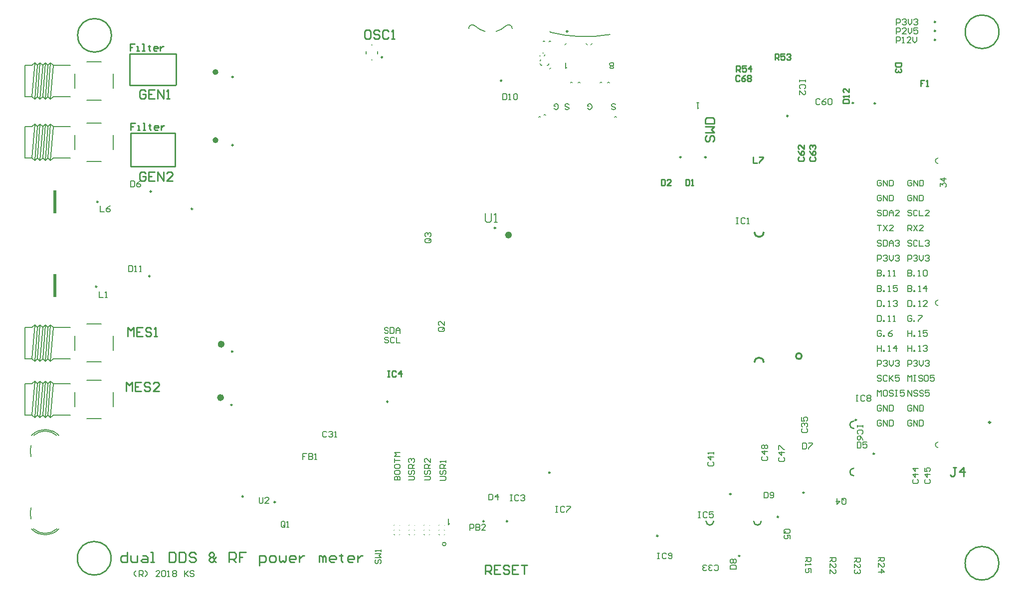
<source format=gto>
G04 Layer_Color=65535*
%FSLAX25Y25*%
%MOIN*%
G70*
G01*
G75*
%ADD10C,0.00600*%
%ADD12C,0.01000*%
%ADD97C,0.00984*%
%ADD98C,0.00787*%
%ADD99C,0.01200*%
%ADD100C,0.01181*%
%ADD101C,0.00394*%
%ADD102C,0.02362*%
%ADD103C,0.01968*%
%ADD104C,0.00591*%
%ADD105C,0.00500*%
%ADD106R,0.01968X0.15748*%
D10*
X1224830Y431597D02*
X1223518D01*
X1224174D01*
Y427661D01*
X1224830Y428317D01*
D12*
X832150Y476600D02*
G03*
X832150Y476600I-11250J0D01*
G01*
X1425296Y478966D02*
G03*
X1425296Y478966I-11250J0D01*
G01*
X1425196Y123466D02*
G03*
X1425196Y123466I-11250J0D01*
G01*
X831950Y126800D02*
G03*
X831950Y126800I-11250J0D01*
G01*
X1328200Y218600D02*
G03*
X1328200Y213600I0J-2500D01*
G01*
Y187000D02*
G03*
X1328200Y182000I0J-2500D01*
G01*
X1261424Y151521D02*
G03*
X1266424Y151521I2500J0D01*
G01*
X1229600D02*
G03*
X1234600Y151521I2500J0D01*
G01*
X844300Y443400D02*
X875200D01*
X844300D02*
Y464200D01*
X875500Y443700D02*
Y453500D01*
X845200Y389100D02*
Y411300D01*
X845000Y388900D02*
X845200Y389100D01*
X845000Y388900D02*
X845700D01*
X846400D01*
X874800D01*
Y411200D01*
X874700Y411300D02*
X874800Y411200D01*
X845200Y411300D02*
X874700D01*
X875500Y453500D02*
Y464200D01*
X844300D02*
X875500D01*
X842861Y130821D02*
Y124130D01*
X839515D01*
X838400Y125245D01*
Y127476D01*
X839515Y128591D01*
X842861D01*
X845091D02*
Y125245D01*
X846206Y124130D01*
X849551D01*
Y128591D01*
X852897D02*
X855127D01*
X856242Y127476D01*
Y124130D01*
X852897D01*
X851781Y125245D01*
X852897Y126360D01*
X856242D01*
X858472Y124130D02*
X860703D01*
X859587D01*
Y130821D01*
X858472D01*
X870739D02*
Y124130D01*
X874084D01*
X875199Y125245D01*
Y129706D01*
X874084Y130821D01*
X870739D01*
X877429D02*
Y124130D01*
X880775D01*
X881890Y125245D01*
Y129706D01*
X880775Y130821D01*
X877429D01*
X888581Y129706D02*
X887465Y130821D01*
X885235D01*
X884120Y129706D01*
Y128591D01*
X885235Y127476D01*
X887465D01*
X888581Y126360D01*
Y125245D01*
X887465Y124130D01*
X885235D01*
X884120Y125245D01*
X901962Y124130D02*
X900847Y125245D01*
X899732Y124130D01*
X898617D01*
X897502Y125245D01*
Y126360D01*
X898617Y127476D01*
X897502Y128591D01*
Y129706D01*
X898617Y130821D01*
X899732D01*
X900847Y129706D01*
Y128591D01*
X899732Y127476D01*
X900847Y126360D01*
Y125245D01*
X901962Y127476D02*
X900847Y126360D01*
X898617Y127476D02*
X899732D01*
X910883Y124130D02*
Y130821D01*
X914229D01*
X915344Y129706D01*
Y127476D01*
X914229Y126360D01*
X910883D01*
X913113D02*
X915344Y124130D01*
X922034Y130821D02*
X917574D01*
Y127476D01*
X919804D01*
X917574D01*
Y124130D01*
X930955Y121900D02*
Y128591D01*
X934301D01*
X935416Y127476D01*
Y125245D01*
X934301Y124130D01*
X930955D01*
X938761D02*
X940991D01*
X942107Y125245D01*
Y127476D01*
X940991Y128591D01*
X938761D01*
X937646Y127476D01*
Y125245D01*
X938761Y124130D01*
X944337Y128591D02*
Y125245D01*
X945452Y124130D01*
X946567Y125245D01*
X947682Y124130D01*
X948797Y125245D01*
Y128591D01*
X954373Y124130D02*
X952143D01*
X951028Y125245D01*
Y127476D01*
X952143Y128591D01*
X954373D01*
X955488Y127476D01*
Y126360D01*
X951028D01*
X957718Y128591D02*
Y124130D01*
Y126360D01*
X958834Y127476D01*
X959949Y128591D01*
X961064D01*
X971100Y124130D02*
Y128591D01*
X972215D01*
X973330Y127476D01*
Y124130D01*
Y127476D01*
X974445Y128591D01*
X975560Y127476D01*
Y124130D01*
X981136D02*
X978906D01*
X977791Y125245D01*
Y127476D01*
X978906Y128591D01*
X981136D01*
X982251Y127476D01*
Y126360D01*
X977791D01*
X985596Y129706D02*
Y128591D01*
X984481D01*
X986712D01*
X985596D01*
Y125245D01*
X986712Y124130D01*
X993402D02*
X991172D01*
X990057Y125245D01*
Y127476D01*
X991172Y128591D01*
X993402D01*
X994518Y127476D01*
Y126360D01*
X990057D01*
X996748Y128591D02*
Y124130D01*
Y126360D01*
X997863Y127476D01*
X998978Y128591D01*
X1000093D01*
X1004399Y480198D02*
X1002400D01*
X1001400Y479198D01*
Y475200D01*
X1002400Y474200D01*
X1004399D01*
X1005399Y475200D01*
Y479198D01*
X1004399Y480198D01*
X1011397Y479198D02*
X1010397Y480198D01*
X1008398D01*
X1007398Y479198D01*
Y478199D01*
X1008398Y477199D01*
X1010397D01*
X1011397Y476199D01*
Y475200D01*
X1010397Y474200D01*
X1008398D01*
X1007398Y475200D01*
X1017395Y479198D02*
X1016395Y480198D01*
X1014396D01*
X1013396Y479198D01*
Y475200D01*
X1014396Y474200D01*
X1016395D01*
X1017395Y475200D01*
X1019394Y474200D02*
X1021393D01*
X1020394D01*
Y480198D01*
X1019394Y479198D01*
X1396699Y187598D02*
X1394699D01*
X1395699D01*
Y182600D01*
X1394699Y181600D01*
X1393700D01*
X1392700Y182600D01*
X1401697Y181600D02*
Y187598D01*
X1398698Y184599D01*
X1402697D01*
X1249700Y452300D02*
Y456236D01*
X1251668D01*
X1252324Y455580D01*
Y454268D01*
X1251668Y453612D01*
X1249700D01*
X1251012D02*
X1252324Y452300D01*
X1256260Y456236D02*
X1253636D01*
Y454268D01*
X1254948Y454924D01*
X1255604D01*
X1256260Y454268D01*
Y452956D01*
X1255604Y452300D01*
X1254292D01*
X1253636Y452956D01*
X1259539Y452300D02*
Y456236D01*
X1257572Y454268D01*
X1260195D01*
X1275600Y460400D02*
Y464336D01*
X1277568D01*
X1278224Y463680D01*
Y462368D01*
X1277568Y461712D01*
X1275600D01*
X1276912D02*
X1278224Y460400D01*
X1282160Y464336D02*
X1279536D01*
Y462368D01*
X1280848Y463024D01*
X1281504D01*
X1282160Y462368D01*
Y461056D01*
X1281504Y460400D01*
X1280192D01*
X1279536Y461056D01*
X1283471Y463680D02*
X1284127Y464336D01*
X1285439D01*
X1286095Y463680D01*
Y463024D01*
X1285439Y462368D01*
X1284783D01*
X1285439D01*
X1286095Y461712D01*
Y461056D01*
X1285439Y460400D01*
X1284127D01*
X1283471Y461056D01*
X1261100Y395136D02*
Y391200D01*
X1263724D01*
X1265036Y395136D02*
X1267660D01*
Y394480D01*
X1265036Y391856D01*
Y391200D01*
X1016600Y252236D02*
X1017912D01*
X1017256D01*
Y248300D01*
X1016600D01*
X1017912D01*
X1022504Y251580D02*
X1021848Y252236D01*
X1020536D01*
X1019880Y251580D01*
Y248956D01*
X1020536Y248300D01*
X1021848D01*
X1022504Y248956D01*
X1025783Y248300D02*
Y252236D01*
X1023816Y250268D01*
X1026439D01*
X1375524Y446436D02*
X1372900D01*
Y444468D01*
X1374212D01*
X1372900D01*
Y442500D01*
X1376836D02*
X1378148D01*
X1377492D01*
Y446436D01*
X1376836Y445780D01*
X1359936Y458300D02*
X1356000D01*
Y456332D01*
X1356656Y455676D01*
X1359280D01*
X1359936Y456332D01*
Y458300D01*
X1359280Y454364D02*
X1359936Y453708D01*
Y452396D01*
X1359280Y451740D01*
X1358624D01*
X1357968Y452396D01*
Y453052D01*
Y452396D01*
X1357312Y451740D01*
X1356656D01*
X1356000Y452396D01*
Y453708D01*
X1356656Y454364D01*
X1321064Y431200D02*
X1325000D01*
Y433168D01*
X1324344Y433824D01*
X1321720D01*
X1321064Y433168D01*
Y431200D01*
X1325000Y435136D02*
Y436448D01*
Y435792D01*
X1321064D01*
X1321720Y435136D01*
X1325000Y441039D02*
Y438415D01*
X1322376Y441039D01*
X1321720D01*
X1321064Y440383D01*
Y439072D01*
X1321720Y438415D01*
X1199600Y380336D02*
Y376400D01*
X1201568D01*
X1202224Y377056D01*
Y379680D01*
X1201568Y380336D01*
X1199600D01*
X1206160Y376400D02*
X1203536D01*
X1206160Y379024D01*
Y379680D01*
X1205504Y380336D01*
X1204192D01*
X1203536Y379680D01*
X1215900Y380136D02*
Y376200D01*
X1217868D01*
X1218524Y376856D01*
Y379480D01*
X1217868Y380136D01*
X1215900D01*
X1219836Y376200D02*
X1221148D01*
X1220492D01*
Y380136D01*
X1219836Y379480D01*
X1251924Y449180D02*
X1251268Y449836D01*
X1249956D01*
X1249300Y449180D01*
Y446556D01*
X1249956Y445900D01*
X1251268D01*
X1251924Y446556D01*
X1255860Y449836D02*
X1254548Y449180D01*
X1253236Y447868D01*
Y446556D01*
X1253892Y445900D01*
X1255204D01*
X1255860Y446556D01*
Y447212D01*
X1255204Y447868D01*
X1253236D01*
X1257172Y449180D02*
X1257827Y449836D01*
X1259139D01*
X1259795Y449180D01*
Y448524D01*
X1259139Y447868D01*
X1259795Y447212D01*
Y446556D01*
X1259139Y445900D01*
X1257827D01*
X1257172Y446556D01*
Y447212D01*
X1257827Y447868D01*
X1257172Y448524D01*
Y449180D01*
X1257827Y447868D02*
X1259139D01*
X1299320Y395324D02*
X1298664Y394668D01*
Y393356D01*
X1299320Y392700D01*
X1301944D01*
X1302600Y393356D01*
Y394668D01*
X1301944Y395324D01*
X1298664Y399260D02*
X1299320Y397948D01*
X1300632Y396636D01*
X1301944D01*
X1302600Y397292D01*
Y398604D01*
X1301944Y399260D01*
X1301288D01*
X1300632Y398604D01*
Y396636D01*
X1299320Y400571D02*
X1298664Y401227D01*
Y402539D01*
X1299320Y403195D01*
X1299976D01*
X1300632Y402539D01*
Y401883D01*
Y402539D01*
X1301288Y403195D01*
X1301944D01*
X1302600Y402539D01*
Y401227D01*
X1301944Y400571D01*
X1291720Y395324D02*
X1291064Y394668D01*
Y393356D01*
X1291720Y392700D01*
X1294344D01*
X1295000Y393356D01*
Y394668D01*
X1294344Y395324D01*
X1291064Y399260D02*
X1291720Y397948D01*
X1293032Y396636D01*
X1294344D01*
X1295000Y397292D01*
Y398604D01*
X1294344Y399260D01*
X1293688D01*
X1293032Y398604D01*
Y396636D01*
X1295000Y403195D02*
Y400571D01*
X1292376Y403195D01*
X1291720D01*
X1291064Y402539D01*
Y401227D01*
X1291720Y400571D01*
X848091Y417887D02*
X845100D01*
Y415643D01*
X846596D01*
X845100D01*
Y413400D01*
X849587D02*
X851082D01*
X850334D01*
Y416391D01*
X849587D01*
X853326Y413400D02*
X854821D01*
X854074D01*
Y417887D01*
X853326D01*
X857812Y417139D02*
Y416391D01*
X857065D01*
X858560D01*
X857812D01*
Y414148D01*
X858560Y413400D01*
X863047D02*
X861551D01*
X860804Y414148D01*
Y415643D01*
X861551Y416391D01*
X863047D01*
X863795Y415643D01*
Y414896D01*
X860804D01*
X865290Y416391D02*
Y413400D01*
Y414896D01*
X866038Y415643D01*
X866786Y416391D01*
X867534D01*
X847591Y470787D02*
X844600D01*
Y468543D01*
X846096D01*
X844600D01*
Y466300D01*
X849087D02*
X850582D01*
X849835D01*
Y469291D01*
X849087D01*
X852826Y466300D02*
X854321D01*
X853574D01*
Y470787D01*
X852826D01*
X857312Y470039D02*
Y469291D01*
X856565D01*
X858060D01*
X857312D01*
Y467048D01*
X858060Y466300D01*
X862547D02*
X861051D01*
X860304Y467048D01*
Y468543D01*
X861051Y469291D01*
X862547D01*
X863295Y468543D01*
Y467796D01*
X860304D01*
X864790Y469291D02*
Y466300D01*
Y467796D01*
X865538Y468543D01*
X866286Y469291D01*
X867034D01*
X842000Y238600D02*
Y244598D01*
X843999Y242599D01*
X845999Y244598D01*
Y238600D01*
X851997Y244598D02*
X847998D01*
Y238600D01*
X851997D01*
X847998Y241599D02*
X849997D01*
X857995Y243598D02*
X856995Y244598D01*
X854996D01*
X853996Y243598D01*
Y242599D01*
X854996Y241599D01*
X856995D01*
X857995Y240599D01*
Y239600D01*
X856995Y238600D01*
X854996D01*
X853996Y239600D01*
X863993Y238600D02*
X859994D01*
X863993Y242599D01*
Y243598D01*
X862993Y244598D01*
X860994D01*
X859994Y243598D01*
X842900Y275100D02*
Y281098D01*
X844899Y279099D01*
X846899Y281098D01*
Y275100D01*
X852897Y281098D02*
X848898D01*
Y275100D01*
X852897D01*
X848898Y278099D02*
X850897D01*
X858895Y280098D02*
X857895Y281098D01*
X855896D01*
X854896Y280098D01*
Y279099D01*
X855896Y278099D01*
X857895D01*
X858895Y277099D01*
Y276100D01*
X857895Y275100D01*
X855896D01*
X854896Y276100D01*
X860894Y275100D02*
X862893D01*
X861894D01*
Y281098D01*
X860894Y280098D01*
X855099Y384298D02*
X854099Y385298D01*
X852100D01*
X851100Y384298D01*
Y380300D01*
X852100Y379300D01*
X854099D01*
X855099Y380300D01*
Y382299D01*
X853099D01*
X861097Y385298D02*
X857098D01*
Y379300D01*
X861097D01*
X857098Y382299D02*
X859097D01*
X863096Y379300D02*
Y385298D01*
X867095Y379300D01*
Y385298D01*
X873093Y379300D02*
X869094D01*
X873093Y383299D01*
Y384298D01*
X872093Y385298D01*
X870094D01*
X869094Y384298D01*
X855099Y439098D02*
X854099Y440098D01*
X852100D01*
X851100Y439098D01*
Y435100D01*
X852100Y434100D01*
X854099D01*
X855099Y435100D01*
Y437099D01*
X853099D01*
X861097Y440098D02*
X857098D01*
Y434100D01*
X861097D01*
X857098Y437099D02*
X859097D01*
X863096Y434100D02*
Y440098D01*
X867095Y434100D01*
Y440098D01*
X869094Y434100D02*
X871093D01*
X870094D01*
Y440098D01*
X869094Y439098D01*
X1230202Y409599D02*
X1229202Y408599D01*
Y406600D01*
X1230202Y405600D01*
X1231201D01*
X1232201Y406600D01*
Y408599D01*
X1233201Y409599D01*
X1234200D01*
X1235200Y408599D01*
Y406600D01*
X1234200Y405600D01*
X1229202Y411598D02*
X1235200D01*
X1233201Y413597D01*
X1235200Y415597D01*
X1229202D01*
Y417596D02*
X1235200D01*
Y420595D01*
X1234200Y421595D01*
X1230202D01*
X1229202Y420595D01*
Y417596D01*
X1082100Y116200D02*
Y122198D01*
X1085099D01*
X1086099Y121198D01*
Y119199D01*
X1085099Y118199D01*
X1082100D01*
X1084099D02*
X1086099Y116200D01*
X1092097Y122198D02*
X1088098D01*
Y116200D01*
X1092097D01*
X1088098Y119199D02*
X1090097D01*
X1098095Y121198D02*
X1097095Y122198D01*
X1095096D01*
X1094096Y121198D01*
Y120199D01*
X1095096Y119199D01*
X1097095D01*
X1098095Y118199D01*
Y117200D01*
X1097095Y116200D01*
X1095096D01*
X1094096Y117200D01*
X1104093Y122198D02*
X1100094D01*
Y116200D01*
X1104093D01*
X1100094Y119199D02*
X1102094D01*
X1106092Y122198D02*
X1110091D01*
X1108092D01*
Y116200D01*
D97*
X1013436Y462002D02*
G03*
X1013436Y462002I-492J0D01*
G01*
X1229682Y395112D02*
G03*
X1229682Y395112I-492J0D01*
G01*
X1212932D02*
G03*
X1212932Y395112I-492J0D01*
G01*
X858869Y372212D02*
G03*
X858869Y372212I-492J0D01*
G01*
X1342109Y196792D02*
G03*
X1342109Y196792I-492J0D01*
G01*
X1295176Y170737D02*
G03*
X1295176Y170737I-492J0D01*
G01*
X1252224Y128438D02*
G03*
X1252224Y128438I-492J0D01*
G01*
X1278108Y154505D02*
G03*
X1278108Y154505I-492J0D01*
G01*
X1125343Y184146D02*
G03*
X1125343Y184146I-492J0D01*
G01*
X823293Y365225D02*
G03*
X823293Y365225I-492J0D01*
G01*
X1382956Y485600D02*
G03*
X1382956Y485600I-492J0D01*
G01*
X1382955Y479600D02*
G03*
X1382955Y479600I-492J0D01*
G01*
X1093079Y446312D02*
G03*
X1093079Y446312I-492J0D01*
G01*
X1197471Y141815D02*
G03*
X1197471Y141815I-492J0D01*
G01*
X858082Y315512D02*
G03*
X858082Y315512I-492J0D01*
G01*
X1328176Y431408D02*
G03*
X1328176Y431408I-492J0D01*
G01*
X1342776Y431114D02*
G03*
X1342776Y431114I-492J0D01*
G01*
X1284341Y422653D02*
G03*
X1284341Y422653I-492J0D01*
G01*
X1096951Y151585D02*
G03*
X1096951Y151585I-492J0D01*
G01*
X1017105Y231591D02*
G03*
X1017105Y231591I-492J0D01*
G01*
X1137221Y479254D02*
G03*
X1137221Y479254I-492J0D01*
G01*
X822505Y308525D02*
G03*
X822505Y308525I-492J0D01*
G01*
X1382955Y473600D02*
G03*
X1382955Y473600I-492J0D01*
G01*
X941747Y164428D02*
G03*
X941747Y164428I-492J0D01*
G01*
X920438Y168180D02*
G03*
X920438Y168180I-492J0D01*
G01*
X886500Y360542D02*
G03*
X886500Y360542I-492J0D01*
G01*
X1088983Y347779D02*
G03*
X1088983Y347779I-492J0D01*
G01*
X1081365Y151516D02*
G03*
X1081365Y151516I-492J0D01*
G01*
X1330177Y219379D02*
G03*
X1330177Y219379I-492J0D01*
G01*
X1246274Y169741D02*
G03*
X1246274Y169741I-492J0D01*
G01*
X913631Y448712D02*
G03*
X913631Y448712I-492J0D01*
G01*
X912871Y229453D02*
G03*
X912871Y229453I-492J0D01*
G01*
X913341Y265154D02*
G03*
X913341Y265154I-492J0D01*
G01*
X913631Y403177D02*
G03*
X913631Y403177I-492J0D01*
G01*
D98*
X1089194Y479218D02*
G03*
X1095820Y482942I-3694J14332D01*
G01*
X1100064Y481150D02*
G03*
X1095820Y482942I-2500J0D01*
G01*
X1075180Y482942D02*
G03*
X1081806Y479218I10320J10608D01*
G01*
X1075180Y482942D02*
G03*
X1070936Y481150I-1743J-1792D01*
G01*
X797079Y208950D02*
G03*
X779179Y209378I-9158J-8484D01*
G01*
Y146022D02*
G03*
X797079Y146450I8743J8912D01*
G01*
X795661Y208950D02*
G03*
X780182Y208950I-7740J-8484D01*
G01*
Y146450D02*
G03*
X795661Y146450I7740J8484D01*
G01*
X778542Y202274D02*
G03*
X778542Y194826I10137J-3724D01*
G01*
Y160574D02*
G03*
X778542Y153126I10137J-3724D01*
G01*
X779179Y209378D02*
G03*
X778847Y208950I1401J-1428D01*
G01*
Y146450D02*
G03*
X779179Y146022I1732J1000D01*
G01*
X1118453Y462719D02*
G03*
X1118871Y462892I0J591D01*
G01*
X1120493Y464514D02*
G03*
X1120666Y464932I-418J418D01*
G01*
X1121847Y472365D02*
G03*
X1120666Y472365I-591J0D01*
G01*
X1121501Y462767D02*
G03*
X1121847Y463602I-835J835D01*
G01*
X1119044Y460309D02*
G03*
X1118698Y459474I835J-835D01*
G01*
Y457601D02*
G03*
X1119879Y456420I1181J0D01*
G01*
X1125784Y472365D02*
G03*
X1124603Y472365I-591J0D01*
G01*
X1123422Y456420D02*
G03*
X1124603Y457601I0J1181D01*
G01*
X1125194Y454058D02*
G03*
X1125784Y454648I0J591D01*
G01*
X1136020Y470987D02*
G03*
X1135233Y470199I0J-787D01*
G01*
X1150194D02*
G03*
X1149406Y470987I-787J0D01*
G01*
X1153343D02*
G03*
X1152556Y470199I0J-787D01*
G01*
X1140154Y444826D02*
G03*
X1138974Y444775I-590J-21D01*
G01*
X1145272D02*
G03*
X1144092Y444826I-590J30D01*
G01*
X1159839Y444826D02*
G03*
X1158659Y444775I-590J-21D01*
G01*
X1164957D02*
G03*
X1163777Y444826I-590J30D01*
G01*
X1118894Y421774D02*
G03*
X1117713Y421774I-591J0D01*
G01*
X1169682D02*
G03*
X1168501Y421774I-591J0D01*
G01*
X1122438Y423152D02*
G03*
X1121257Y423152I-591J0D01*
G01*
X1125194Y479170D02*
G03*
X1125639Y478597I591J0D01*
G01*
Y478597D02*
G03*
X1165351Y477169I23176J91602D01*
G01*
X1384600Y204500D02*
G03*
X1384600Y200900I0J-1800D01*
G01*
Y299500D02*
G03*
X1384600Y295900I0J-1800D01*
G01*
Y394500D02*
G03*
X1384600Y390900I0J-1800D01*
G01*
X1055760Y136330D02*
G03*
X1055760Y136330I-1181J0D01*
G01*
X815844Y258084D02*
X825356D01*
X833317Y266044D02*
Y275556D01*
X815844Y283517D02*
X825356D01*
X807883Y266044D02*
Y275556D01*
X793317Y260367D02*
X804852D01*
X791545Y258595D02*
X793317Y260367D01*
X789773D02*
X791545Y258595D01*
X788002D02*
X789773Y260367D01*
X786230D02*
X788002Y258595D01*
X784458D02*
X786230Y260367D01*
X782687D02*
X784458Y258595D01*
X780915D02*
X782687Y260367D01*
X779143D02*
X780915Y258595D01*
X774419Y260367D02*
X779143D01*
X774419D02*
Y281233D01*
X779143D01*
X780915Y283005D01*
X782687Y281233D01*
X784458Y283005D01*
X786230Y281233D01*
X788002Y283005D01*
X789773Y281233D01*
X791545Y283005D01*
X793317Y281233D01*
X804852D01*
X779143Y260367D02*
X780915Y283005D01*
Y258595D02*
X782687Y281233D01*
Y260367D02*
X784458Y283005D01*
Y258595D02*
X786230Y281233D01*
Y260367D02*
X788002Y283005D01*
Y258595D02*
X789773Y281233D01*
Y260367D02*
X791545Y283005D01*
Y258595D02*
X793317Y281233D01*
X815844Y220384D02*
X825356D01*
X833317Y228344D02*
Y237856D01*
X815844Y245816D02*
X825356D01*
X807883Y228344D02*
Y237856D01*
X793317Y222667D02*
X804852D01*
X791545Y220895D02*
X793317Y222667D01*
X789773D02*
X791545Y220895D01*
X788002D02*
X789773Y222667D01*
X786230D02*
X788002Y220895D01*
X784458D02*
X786230Y222667D01*
X782687D02*
X784458Y220895D01*
X780915D02*
X782687Y222667D01*
X779143D02*
X780915Y220895D01*
X774419Y222667D02*
X779143D01*
X774419D02*
Y243533D01*
X779143D01*
X780915Y245305D01*
X782687Y243533D01*
X784458Y245305D01*
X786230Y243533D01*
X788002Y245305D01*
X789773Y243533D01*
X791545Y245305D01*
X793317Y243533D01*
X804852D01*
X779143Y222667D02*
X780915Y245305D01*
Y220895D02*
X782687Y243533D01*
Y222667D02*
X784458Y245305D01*
Y220895D02*
X786230Y243533D01*
Y222667D02*
X788002Y245305D01*
Y220895D02*
X789773Y243533D01*
Y222667D02*
X791545Y245305D01*
Y220895D02*
X793317Y243533D01*
X815844Y392384D02*
X825356D01*
X833317Y400344D02*
Y409856D01*
X815844Y417816D02*
X825356D01*
X807883Y400344D02*
Y409856D01*
X793317Y394667D02*
X804852D01*
X791545Y392895D02*
X793317Y394667D01*
X789773D02*
X791545Y392895D01*
X788002D02*
X789773Y394667D01*
X786230D02*
X788002Y392895D01*
X784458D02*
X786230Y394667D01*
X782687D02*
X784458Y392895D01*
X780915D02*
X782687Y394667D01*
X779143D02*
X780915Y392895D01*
X774419Y394667D02*
X779143D01*
X774419D02*
Y415533D01*
X779143D01*
X780915Y417305D01*
X782687Y415533D01*
X784458Y417305D01*
X786230Y415533D01*
X788002Y417305D01*
X789773Y415533D01*
X791545Y417305D01*
X793317Y415533D01*
X804852D01*
X779143Y394667D02*
X780915Y417305D01*
Y392895D02*
X782687Y415533D01*
Y394667D02*
X784458Y417305D01*
Y392895D02*
X786230Y415533D01*
Y394667D02*
X788002Y417305D01*
Y392895D02*
X789773Y415533D01*
Y394667D02*
X791545Y417305D01*
Y392895D02*
X793317Y415533D01*
X815844Y433384D02*
X825356D01*
X833317Y441344D02*
Y450856D01*
X815844Y458816D02*
X825356D01*
X807883Y441344D02*
Y450856D01*
X793317Y435667D02*
X804852D01*
X791545Y433895D02*
X793317Y435667D01*
X789773D02*
X791545Y433895D01*
X788002D02*
X789773Y435667D01*
X786230D02*
X788002Y433895D01*
X784458D02*
X786230Y435667D01*
X782687D02*
X784458Y433895D01*
X780915D02*
X782687Y435667D01*
X779143D02*
X780915Y433895D01*
X774419Y435667D02*
X779143D01*
X774419D02*
Y456533D01*
X779143D01*
X780915Y458305D01*
X782687Y456533D01*
X784458Y458305D01*
X786230Y456533D01*
X788002Y458305D01*
X789773Y456533D01*
X791545Y458305D01*
X793317Y456533D01*
X804852D01*
X779143Y435667D02*
X780915Y458305D01*
Y433895D02*
X782687Y456533D01*
Y435667D02*
X784458Y458305D01*
Y433895D02*
X786230Y456533D01*
Y435667D02*
X788002Y458305D01*
Y433895D02*
X789773Y456533D01*
Y435667D02*
X791545Y458305D01*
Y433895D02*
X793317Y456533D01*
X1006054Y460231D02*
X1006448D01*
X1002314Y464365D02*
Y465939D01*
X1006054Y470073D02*
X1006448D01*
X1010188Y464365D02*
Y465939D01*
X1231520Y191324D02*
X1230864Y190668D01*
Y189356D01*
X1231520Y188700D01*
X1234144D01*
X1234800Y189356D01*
Y190668D01*
X1234144Y191324D01*
X1234800Y194604D02*
X1230864D01*
X1232832Y192636D01*
Y195260D01*
X1234800Y196572D02*
Y197883D01*
Y197227D01*
X1230864D01*
X1231520Y196572D01*
X1267420Y194824D02*
X1266764Y194168D01*
Y192856D01*
X1267420Y192200D01*
X1270044D01*
X1270700Y192856D01*
Y194168D01*
X1270044Y194824D01*
X1270700Y198104D02*
X1266764D01*
X1268732Y196136D01*
Y198760D01*
X1267420Y200072D02*
X1266764Y200727D01*
Y202039D01*
X1267420Y202695D01*
X1268076D01*
X1268732Y202039D01*
X1269388Y202695D01*
X1270044D01*
X1270700Y202039D01*
Y200727D01*
X1270044Y200072D01*
X1269388D01*
X1268732Y200727D01*
X1268076Y200072D01*
X1267420D01*
X1268732Y200727D02*
Y202039D01*
X1278620Y194324D02*
X1277964Y193668D01*
Y192356D01*
X1278620Y191700D01*
X1281244D01*
X1281900Y192356D01*
Y193668D01*
X1281244Y194324D01*
X1281900Y197604D02*
X1277964D01*
X1279932Y195636D01*
Y198260D01*
X1277964Y199572D02*
Y202195D01*
X1278620D01*
X1281244Y199572D01*
X1281900D01*
X1197050Y130389D02*
X1198362D01*
X1197706D01*
Y126453D01*
X1197050D01*
X1198362D01*
X1202954Y129733D02*
X1202298Y130389D01*
X1200986D01*
X1200330Y129733D01*
Y127109D01*
X1200986Y126453D01*
X1202298D01*
X1202954Y127109D01*
X1204265D02*
X1204922Y126453D01*
X1206233D01*
X1206889Y127109D01*
Y129733D01*
X1206233Y130389D01*
X1204922D01*
X1204265Y129733D01*
Y129077D01*
X1204922Y128421D01*
X1206889D01*
X1329900Y235936D02*
X1331212D01*
X1330556D01*
Y232000D01*
X1329900D01*
X1331212D01*
X1335804Y235280D02*
X1335148Y235936D01*
X1333836D01*
X1333180Y235280D01*
Y232656D01*
X1333836Y232000D01*
X1335148D01*
X1335804Y232656D01*
X1337115Y235280D02*
X1337772Y235936D01*
X1339083D01*
X1339739Y235280D01*
Y234624D01*
X1339083Y233968D01*
X1339739Y233312D01*
Y232656D01*
X1339083Y232000D01*
X1337772D01*
X1337115Y232656D01*
Y233312D01*
X1337772Y233968D01*
X1337115Y234624D01*
Y235280D01*
X1337772Y233968D02*
X1339083D01*
X1129100Y161436D02*
X1130412D01*
X1129756D01*
Y157500D01*
X1129100D01*
X1130412D01*
X1135004Y160780D02*
X1134348Y161436D01*
X1133036D01*
X1132380Y160780D01*
Y158156D01*
X1133036Y157500D01*
X1134348D01*
X1135004Y158156D01*
X1136316Y161436D02*
X1138939D01*
Y160780D01*
X1136316Y158156D01*
Y157500D01*
X1376220Y179524D02*
X1375564Y178868D01*
Y177556D01*
X1376220Y176900D01*
X1378844D01*
X1379500Y177556D01*
Y178868D01*
X1378844Y179524D01*
X1379500Y182804D02*
X1375564D01*
X1377532Y180836D01*
Y183460D01*
X1375564Y187395D02*
Y184772D01*
X1377532D01*
X1376876Y186083D01*
Y186739D01*
X1377532Y187395D01*
X1378844D01*
X1379500Y186739D01*
Y185427D01*
X1378844Y184772D01*
X1368220Y179524D02*
X1367564Y178868D01*
Y177556D01*
X1368220Y176900D01*
X1370844D01*
X1371500Y177556D01*
Y178868D01*
X1370844Y179524D01*
X1371500Y182804D02*
X1367564D01*
X1369532Y180836D01*
Y183460D01*
X1371500Y186739D02*
X1367564D01*
X1369532Y184772D01*
Y187395D01*
X1093700Y437436D02*
Y433500D01*
X1095668D01*
X1096324Y434156D01*
Y436780D01*
X1095668Y437436D01*
X1093700D01*
X1097636Y433500D02*
X1098948D01*
X1098292D01*
Y437436D01*
X1097636Y436780D01*
X1100916D02*
X1101571Y437436D01*
X1102883D01*
X1103539Y436780D01*
Y434156D01*
X1102883Y433500D01*
X1101571D01*
X1100916Y434156D01*
Y436780D01*
X1084400Y169736D02*
Y165800D01*
X1086368D01*
X1087024Y166456D01*
Y169080D01*
X1086368Y169736D01*
X1084400D01*
X1090304Y165800D02*
Y169736D01*
X1088336Y167768D01*
X1090960D01*
X1344800Y127400D02*
X1348736D01*
Y125432D01*
X1348080Y124776D01*
X1346768D01*
X1346112Y125432D01*
Y127400D01*
Y126088D02*
X1344800Y124776D01*
Y120840D02*
Y123464D01*
X1347424Y120840D01*
X1348080D01*
X1348736Y121496D01*
Y122808D01*
X1348080Y123464D01*
X1344800Y117561D02*
X1348736D01*
X1346768Y119528D01*
Y116905D01*
X1328700Y127000D02*
X1332636D01*
Y125032D01*
X1331980Y124376D01*
X1330668D01*
X1330012Y125032D01*
Y127000D01*
Y125688D02*
X1328700Y124376D01*
Y120440D02*
Y123064D01*
X1331324Y120440D01*
X1331980D01*
X1332636Y121096D01*
Y122408D01*
X1331980Y123064D01*
Y119129D02*
X1332636Y118473D01*
Y117161D01*
X1331980Y116505D01*
X1331324D01*
X1330668Y117161D01*
Y117817D01*
Y117161D01*
X1330012Y116505D01*
X1329356D01*
X1328700Y117161D01*
Y118473D01*
X1329356Y119129D01*
X1312400Y127200D02*
X1316336D01*
Y125232D01*
X1315680Y124576D01*
X1314368D01*
X1313712Y125232D01*
Y127200D01*
Y125888D02*
X1312400Y124576D01*
Y120640D02*
Y123264D01*
X1315024Y120640D01*
X1315680D01*
X1316336Y121296D01*
Y122608D01*
X1315680Y123264D01*
X1312400Y116705D02*
Y119328D01*
X1315024Y116705D01*
X1315680D01*
X1316336Y117361D01*
Y118673D01*
X1315680Y119328D01*
X1295900Y127100D02*
X1299836D01*
Y125132D01*
X1299180Y124476D01*
X1297868D01*
X1297212Y125132D01*
Y127100D01*
Y125788D02*
X1295900Y124476D01*
Y123164D02*
Y121852D01*
Y122508D01*
X1299836D01*
X1299180Y123164D01*
X1299836Y117261D02*
Y119885D01*
X1297868D01*
X1298524Y118573D01*
Y117917D01*
X1297868Y117261D01*
X1296556D01*
X1295900Y117917D01*
Y119228D01*
X1296556Y119885D01*
X1282380Y143698D02*
X1285003D01*
X1285659Y144353D01*
Y145665D01*
X1285003Y146321D01*
X1282380D01*
X1281724Y145665D01*
Y144353D01*
X1283035Y145009D02*
X1281724Y143698D01*
Y144353D02*
X1282380Y143698D01*
X1285659Y139762D02*
Y142385D01*
X1283692D01*
X1284347Y141074D01*
Y140418D01*
X1283692Y139762D01*
X1282380D01*
X1281724Y140418D01*
Y141730D01*
X1282380Y142385D01*
X1320276Y166144D02*
Y163520D01*
X1320932Y162864D01*
X1322244D01*
X1322900Y163520D01*
Y166144D01*
X1322244Y166800D01*
X1320932D01*
X1321588Y165488D02*
X1320276Y166800D01*
X1320932D02*
X1320276Y166144D01*
X1316996Y166800D02*
Y162864D01*
X1318964Y164832D01*
X1316340D01*
X1334536Y215800D02*
Y214488D01*
Y215144D01*
X1330600D01*
Y215800D01*
Y214488D01*
X1333880Y209896D02*
X1334536Y210552D01*
Y211864D01*
X1333880Y212520D01*
X1331256D01*
X1330600Y211864D01*
Y210552D01*
X1331256Y209896D01*
X1334536Y205961D02*
X1333880Y207273D01*
X1332568Y208584D01*
X1331256D01*
X1330600Y207928D01*
Y206617D01*
X1331256Y205961D01*
X1331912D01*
X1332568Y206617D01*
Y208584D01*
X1224400Y157757D02*
X1225712D01*
X1225056D01*
Y153821D01*
X1224400D01*
X1225712D01*
X1230304Y157101D02*
X1229648Y157757D01*
X1228336D01*
X1227680Y157101D01*
Y154477D01*
X1228336Y153821D01*
X1229648D01*
X1230304Y154477D01*
X1234239Y157757D02*
X1231616D01*
Y155789D01*
X1232927Y156445D01*
X1233583D01*
X1234239Y155789D01*
Y154477D01*
X1233583Y153821D01*
X1232271D01*
X1231616Y154477D01*
X1268300Y171036D02*
Y167100D01*
X1270268D01*
X1270924Y167756D01*
Y170380D01*
X1270268Y171036D01*
X1268300D01*
X1272236Y167756D02*
X1272892Y167100D01*
X1274204D01*
X1274860Y167756D01*
Y170380D01*
X1274204Y171036D01*
X1272892D01*
X1272236Y170380D01*
Y169724D01*
X1272892Y169068D01*
X1274860D01*
X1245664Y119700D02*
X1249600D01*
Y121668D01*
X1248944Y122324D01*
X1246320D01*
X1245664Y121668D01*
Y119700D01*
X1246320Y123636D02*
X1245664Y124292D01*
Y125604D01*
X1246320Y126260D01*
X1246976D01*
X1247632Y125604D01*
X1248288Y126260D01*
X1248944D01*
X1249600Y125604D01*
Y124292D01*
X1248944Y123636D01*
X1248288D01*
X1247632Y124292D01*
X1246976Y123636D01*
X1246320D01*
X1247632Y124292D02*
Y125604D01*
X1294100Y203936D02*
Y200000D01*
X1296068D01*
X1296724Y200656D01*
Y203280D01*
X1296068Y203936D01*
X1294100D01*
X1298036D02*
X1300660D01*
Y203280D01*
X1298036Y200656D01*
Y200000D01*
X1330600Y204536D02*
Y200600D01*
X1332568D01*
X1333224Y201256D01*
Y203880D01*
X1332568Y204536D01*
X1330600D01*
X1337160D02*
X1334536D01*
Y202568D01*
X1335848Y203224D01*
X1336504D01*
X1337160Y202568D01*
Y201256D01*
X1336504Y200600D01*
X1335192D01*
X1334536Y201256D01*
X1294120Y213424D02*
X1293464Y212768D01*
Y211456D01*
X1294120Y210800D01*
X1296744D01*
X1297400Y211456D01*
Y212768D01*
X1296744Y213424D01*
X1294120Y214736D02*
X1293464Y215392D01*
Y216704D01*
X1294120Y217360D01*
X1294776D01*
X1295432Y216704D01*
Y216048D01*
Y216704D01*
X1296088Y217360D01*
X1296744D01*
X1297400Y216704D01*
Y215392D01*
X1296744Y214736D01*
X1293464Y221295D02*
Y218671D01*
X1295432D01*
X1294776Y219983D01*
Y220639D01*
X1295432Y221295D01*
X1296744D01*
X1297400Y220639D01*
Y219327D01*
X1296744Y218671D01*
X1235176Y119120D02*
X1235832Y118464D01*
X1237144D01*
X1237800Y119120D01*
Y121744D01*
X1237144Y122400D01*
X1235832D01*
X1235176Y121744D01*
X1233864Y119120D02*
X1233208Y118464D01*
X1231896D01*
X1231240Y119120D01*
Y119776D01*
X1231896Y120432D01*
X1232552D01*
X1231896D01*
X1231240Y121088D01*
Y121744D01*
X1231896Y122400D01*
X1233208D01*
X1233864Y121744D01*
X1229928Y119120D02*
X1229273Y118464D01*
X1227961D01*
X1227305Y119120D01*
Y119776D01*
X1227961Y120432D01*
X1228617D01*
X1227961D01*
X1227305Y121088D01*
Y121744D01*
X1227961Y122400D01*
X1229273D01*
X1229928Y121744D01*
X1081900Y357598D02*
Y352600D01*
X1082900Y351600D01*
X1084899D01*
X1085899Y352600D01*
Y357598D01*
X1087898Y351600D02*
X1089897D01*
X1088898D01*
Y357598D01*
X1087898Y356598D01*
X1045044Y340624D02*
X1042420D01*
X1041764Y339968D01*
Y338656D01*
X1042420Y338000D01*
X1045044D01*
X1045700Y338656D01*
Y339968D01*
X1044388Y339312D02*
X1045700Y340624D01*
Y339968D02*
X1045044Y340624D01*
X1042420Y341936D02*
X1041764Y342592D01*
Y343904D01*
X1042420Y344560D01*
X1043076D01*
X1043732Y343904D01*
Y343248D01*
Y343904D01*
X1044388Y344560D01*
X1045044D01*
X1045700Y343904D01*
Y342592D01*
X1045044Y341936D01*
X930900Y167636D02*
Y164356D01*
X931556Y163700D01*
X932868D01*
X933524Y164356D01*
Y167636D01*
X937460Y163700D02*
X934836D01*
X937460Y166324D01*
Y166980D01*
X936804Y167636D01*
X935492D01*
X934836Y166980D01*
X1009120Y125924D02*
X1008464Y125268D01*
Y123956D01*
X1009120Y123300D01*
X1009776D01*
X1010432Y123956D01*
Y125268D01*
X1011088Y125924D01*
X1011744D01*
X1012400Y125268D01*
Y123956D01*
X1011744Y123300D01*
X1008464Y127236D02*
X1012400D01*
X1011088Y128548D01*
X1012400Y129860D01*
X1008464D01*
X1012400Y131172D02*
Y132483D01*
Y131827D01*
X1008464D01*
X1009120Y131172D01*
X1054144Y281324D02*
X1051520D01*
X1050864Y280668D01*
Y279356D01*
X1051520Y278700D01*
X1054144D01*
X1054800Y279356D01*
Y280668D01*
X1053488Y280012D02*
X1054800Y281324D01*
Y280668D02*
X1054144Y281324D01*
X1054800Y285260D02*
Y282636D01*
X1052176Y285260D01*
X1051520D01*
X1050864Y284604D01*
Y283292D01*
X1051520Y282636D01*
X948224Y148156D02*
Y150780D01*
X947568Y151436D01*
X946256D01*
X945600Y150780D01*
Y148156D01*
X946256Y147500D01*
X947568D01*
X946912Y148812D02*
X948224Y147500D01*
X947568D02*
X948224Y148156D01*
X949536Y147500D02*
X950848D01*
X950192D01*
Y151436D01*
X949536Y150780D01*
X1071700Y145700D02*
Y149636D01*
X1073668D01*
X1074324Y148980D01*
Y147668D01*
X1073668Y147012D01*
X1071700D01*
X1075636Y149636D02*
Y145700D01*
X1077604D01*
X1078260Y146356D01*
Y147012D01*
X1077604Y147668D01*
X1075636D01*
X1077604D01*
X1078260Y148324D01*
Y148980D01*
X1077604Y149636D01*
X1075636D01*
X1082195Y145700D02*
X1079572D01*
X1082195Y148324D01*
Y148980D01*
X1081539Y149636D01*
X1080227D01*
X1079572Y148980D01*
X824800Y362536D02*
Y358600D01*
X827424D01*
X831360Y362536D02*
X830048Y361880D01*
X828736Y360568D01*
Y359256D01*
X829392Y358600D01*
X830704D01*
X831360Y359256D01*
Y359912D01*
X830704Y360568D01*
X828736D01*
X824100Y305236D02*
Y301300D01*
X826724D01*
X828036D02*
X829348D01*
X828692D01*
Y305236D01*
X828036Y304580D01*
X1098600Y169336D02*
X1099912D01*
X1099256D01*
Y165400D01*
X1098600D01*
X1099912D01*
X1104504Y168680D02*
X1103848Y169336D01*
X1102536D01*
X1101880Y168680D01*
Y166056D01*
X1102536Y165400D01*
X1103848D01*
X1104504Y166056D01*
X1105816Y168680D02*
X1106472Y169336D01*
X1107783D01*
X1108439Y168680D01*
Y168024D01*
X1107783Y167368D01*
X1107127D01*
X1107783D01*
X1108439Y166712D01*
Y166056D01*
X1107783Y165400D01*
X1106472D01*
X1105816Y166056D01*
X1296136Y446900D02*
Y445588D01*
Y446244D01*
X1292200D01*
Y446900D01*
Y445588D01*
X1295480Y440996D02*
X1296136Y441652D01*
Y442964D01*
X1295480Y443620D01*
X1292856D01*
X1292200Y442964D01*
Y441652D01*
X1292856Y440996D01*
X1292200Y437061D02*
Y439684D01*
X1294824Y437061D01*
X1295480D01*
X1296136Y437717D01*
Y439029D01*
X1295480Y439684D01*
X1249800Y354636D02*
X1251112D01*
X1250456D01*
Y350700D01*
X1249800D01*
X1251112D01*
X1255704Y353980D02*
X1255048Y354636D01*
X1253736D01*
X1253080Y353980D01*
Y351356D01*
X1253736Y350700D01*
X1255048D01*
X1255704Y351356D01*
X1257016Y350700D02*
X1258327D01*
X1257672D01*
Y354636D01*
X1257016Y353980D01*
X962824Y196936D02*
X960200D01*
Y194968D01*
X961512D01*
X960200D01*
Y193000D01*
X964136Y196936D02*
Y193000D01*
X966104D01*
X966760Y193656D01*
Y194312D01*
X966104Y194968D01*
X964136D01*
X966104D01*
X966760Y195624D01*
Y196280D01*
X966104Y196936D01*
X964136D01*
X968071Y193000D02*
X969383D01*
X968727D01*
Y196936D01*
X968071Y196280D01*
X845200Y379236D02*
Y375300D01*
X847168D01*
X847824Y375956D01*
Y378580D01*
X847168Y379236D01*
X845200D01*
X851760D02*
X850448Y378580D01*
X849136Y377268D01*
Y375956D01*
X849792Y375300D01*
X851104D01*
X851760Y375956D01*
Y376612D01*
X851104Y377268D01*
X849136D01*
X843700Y322636D02*
Y318700D01*
X845668D01*
X846324Y319356D01*
Y321980D01*
X845668Y322636D01*
X843700D01*
X847636Y318700D02*
X848948D01*
X848292D01*
Y322636D01*
X847636Y321980D01*
X850916Y318700D02*
X852227D01*
X851571D01*
Y322636D01*
X850916Y321980D01*
X1305724Y433580D02*
X1305068Y434236D01*
X1303756D01*
X1303100Y433580D01*
Y430956D01*
X1303756Y430300D01*
X1305068D01*
X1305724Y430956D01*
X1309660Y434236D02*
X1308348Y433580D01*
X1307036Y432268D01*
Y430956D01*
X1307692Y430300D01*
X1309004D01*
X1309660Y430956D01*
Y431612D01*
X1309004Y432268D01*
X1307036D01*
X1310972Y433580D02*
X1311627Y434236D01*
X1312939D01*
X1313595Y433580D01*
Y430956D01*
X1312939Y430300D01*
X1311627D01*
X1310972Y430956D01*
Y433580D01*
X976124Y211080D02*
X975468Y211736D01*
X974156D01*
X973500Y211080D01*
Y208456D01*
X974156Y207800D01*
X975468D01*
X976124Y208456D01*
X977436Y211080D02*
X978092Y211736D01*
X979404D01*
X980060Y211080D01*
Y210424D01*
X979404Y209768D01*
X978748D01*
X979404D01*
X980060Y209112D01*
Y208456D01*
X979404Y207800D01*
X978092D01*
X977436Y208456D01*
X981371Y207800D02*
X982683D01*
X982027D01*
Y211736D01*
X981371Y211080D01*
X1017324Y274080D02*
X1016668Y274736D01*
X1015356D01*
X1014700Y274080D01*
Y273424D01*
X1015356Y272768D01*
X1016668D01*
X1017324Y272112D01*
Y271456D01*
X1016668Y270800D01*
X1015356D01*
X1014700Y271456D01*
X1021260Y274080D02*
X1020604Y274736D01*
X1019292D01*
X1018636Y274080D01*
Y271456D01*
X1019292Y270800D01*
X1020604D01*
X1021260Y271456D01*
X1022571Y274736D02*
Y270800D01*
X1025195D01*
X1017224Y280680D02*
X1016568Y281336D01*
X1015256D01*
X1014600Y280680D01*
Y280024D01*
X1015256Y279368D01*
X1016568D01*
X1017224Y278712D01*
Y278056D01*
X1016568Y277400D01*
X1015256D01*
X1014600Y278056D01*
X1018536Y281336D02*
Y277400D01*
X1020504D01*
X1021160Y278056D01*
Y280680D01*
X1020504Y281336D01*
X1018536D01*
X1022472Y277400D02*
Y280024D01*
X1023783Y281336D01*
X1025095Y280024D01*
Y277400D01*
Y279368D01*
X1022472D01*
X848812Y114600D02*
X847500Y115912D01*
Y117224D01*
X848812Y118536D01*
X850780Y114600D02*
Y118536D01*
X852748D01*
X853404Y117880D01*
Y116568D01*
X852748Y115912D01*
X850780D01*
X852092D02*
X853404Y114600D01*
X854716D02*
X856027Y115912D01*
Y117224D01*
X854716Y118536D01*
X864555Y114600D02*
X861931D01*
X864555Y117224D01*
Y117880D01*
X863899Y118536D01*
X862587D01*
X861931Y117880D01*
X865867D02*
X866523Y118536D01*
X867835D01*
X868491Y117880D01*
Y115256D01*
X867835Y114600D01*
X866523D01*
X865867Y115256D01*
Y117880D01*
X869802Y114600D02*
X871114D01*
X870459D01*
Y118536D01*
X869802Y117880D01*
X873082D02*
X873738Y118536D01*
X875050D01*
X875706Y117880D01*
Y117224D01*
X875050Y116568D01*
X875706Y115912D01*
Y115256D01*
X875050Y114600D01*
X873738D01*
X873082Y115256D01*
Y115912D01*
X873738Y116568D01*
X873082Y117224D01*
Y117880D01*
X873738Y116568D02*
X875050D01*
X880954Y118536D02*
Y114600D01*
Y115912D01*
X883578Y118536D01*
X881610Y116568D01*
X883578Y114600D01*
X887513Y117880D02*
X886857Y118536D01*
X885546D01*
X884890Y117880D01*
Y117224D01*
X885546Y116568D01*
X886857D01*
X887513Y115912D01*
Y115256D01*
X886857Y114600D01*
X885546D01*
X884890Y115256D01*
X1051764Y179000D02*
X1055044D01*
X1055700Y179656D01*
Y180968D01*
X1055044Y181624D01*
X1051764D01*
X1052420Y185560D02*
X1051764Y184904D01*
Y183592D01*
X1052420Y182936D01*
X1053076D01*
X1053732Y183592D01*
Y184904D01*
X1054388Y185560D01*
X1055044D01*
X1055700Y184904D01*
Y183592D01*
X1055044Y182936D01*
X1055700Y186872D02*
X1051764D01*
Y188839D01*
X1052420Y189495D01*
X1053732D01*
X1054388Y188839D01*
Y186872D01*
Y188183D02*
X1055700Y189495D01*
Y190807D02*
Y192119D01*
Y191463D01*
X1051764D01*
X1052420Y190807D01*
X1041364Y179100D02*
X1044644D01*
X1045300Y179756D01*
Y181068D01*
X1044644Y181724D01*
X1041364D01*
X1042020Y185660D02*
X1041364Y185004D01*
Y183692D01*
X1042020Y183036D01*
X1042676D01*
X1043332Y183692D01*
Y185004D01*
X1043988Y185660D01*
X1044644D01*
X1045300Y185004D01*
Y183692D01*
X1044644Y183036D01*
X1045300Y186971D02*
X1041364D01*
Y188939D01*
X1042020Y189595D01*
X1043332D01*
X1043988Y188939D01*
Y186971D01*
Y188283D02*
X1045300Y189595D01*
Y193531D02*
Y190907D01*
X1042676Y193531D01*
X1042020D01*
X1041364Y192875D01*
Y191563D01*
X1042020Y190907D01*
X1030764Y179100D02*
X1034044D01*
X1034700Y179756D01*
Y181068D01*
X1034044Y181724D01*
X1030764D01*
X1031420Y185660D02*
X1030764Y185004D01*
Y183692D01*
X1031420Y183036D01*
X1032076D01*
X1032732Y183692D01*
Y185004D01*
X1033388Y185660D01*
X1034044D01*
X1034700Y185004D01*
Y183692D01*
X1034044Y183036D01*
X1034700Y186971D02*
X1030764D01*
Y188939D01*
X1031420Y189595D01*
X1032732D01*
X1033388Y188939D01*
Y186971D01*
Y188283D02*
X1034700Y189595D01*
X1031420Y190907D02*
X1030764Y191563D01*
Y192875D01*
X1031420Y193531D01*
X1032076D01*
X1032732Y192875D01*
Y192219D01*
Y192875D01*
X1033388Y193531D01*
X1034044D01*
X1034700Y192875D01*
Y191563D01*
X1034044Y190907D01*
X1021264Y179100D02*
X1025200D01*
Y181068D01*
X1024544Y181724D01*
X1023888D01*
X1023232Y181068D01*
Y179100D01*
Y181068D01*
X1022576Y181724D01*
X1021920D01*
X1021264Y181068D01*
Y179100D01*
Y185004D02*
Y183692D01*
X1021920Y183036D01*
X1024544D01*
X1025200Y183692D01*
Y185004D01*
X1024544Y185660D01*
X1021920D01*
X1021264Y185004D01*
Y188939D02*
Y187627D01*
X1021920Y186971D01*
X1024544D01*
X1025200Y187627D01*
Y188939D01*
X1024544Y189595D01*
X1021920D01*
X1021264Y188939D01*
Y190907D02*
Y193531D01*
Y192219D01*
X1025200D01*
Y194843D02*
X1021264D01*
X1022576Y196155D01*
X1021264Y197467D01*
X1025200D01*
X1344200Y255300D02*
Y259236D01*
X1346168D01*
X1346824Y258580D01*
Y257268D01*
X1346168Y256612D01*
X1344200D01*
X1348136Y258580D02*
X1348792Y259236D01*
X1350104D01*
X1350760Y258580D01*
Y257924D01*
X1350104Y257268D01*
X1349448D01*
X1350104D01*
X1350760Y256612D01*
Y255956D01*
X1350104Y255300D01*
X1348792D01*
X1348136Y255956D01*
X1352071Y259236D02*
Y256612D01*
X1353383Y255300D01*
X1354695Y256612D01*
Y259236D01*
X1356007Y258580D02*
X1356663Y259236D01*
X1357975D01*
X1358631Y258580D01*
Y257924D01*
X1357975Y257268D01*
X1357319D01*
X1357975D01*
X1358631Y256612D01*
Y255956D01*
X1357975Y255300D01*
X1356663D01*
X1356007Y255956D01*
X1344200Y235300D02*
Y239236D01*
X1345512Y237924D01*
X1346824Y239236D01*
Y235300D01*
X1350104Y239236D02*
X1348792D01*
X1348136Y238580D01*
Y235956D01*
X1348792Y235300D01*
X1350104D01*
X1350760Y235956D01*
Y238580D01*
X1350104Y239236D01*
X1354695Y238580D02*
X1354039Y239236D01*
X1352727D01*
X1352071Y238580D01*
Y237924D01*
X1352727Y237268D01*
X1354039D01*
X1354695Y236612D01*
Y235956D01*
X1354039Y235300D01*
X1352727D01*
X1352071Y235956D01*
X1356007Y239236D02*
X1357319D01*
X1356663D01*
Y235300D01*
X1356007D01*
X1357319D01*
X1361911Y239236D02*
X1359287D01*
Y237268D01*
X1360599Y237924D01*
X1361255D01*
X1361911Y237268D01*
Y235956D01*
X1361255Y235300D01*
X1359943D01*
X1359287Y235956D01*
X1364400Y245300D02*
Y249236D01*
X1365712Y247924D01*
X1367024Y249236D01*
Y245300D01*
X1368336Y249236D02*
X1369648D01*
X1368992D01*
Y245300D01*
X1368336D01*
X1369648D01*
X1374239Y248580D02*
X1373583Y249236D01*
X1372272D01*
X1371616Y248580D01*
Y247924D01*
X1372272Y247268D01*
X1373583D01*
X1374239Y246612D01*
Y245956D01*
X1373583Y245300D01*
X1372272D01*
X1371616Y245956D01*
X1377519Y249236D02*
X1376207D01*
X1375551Y248580D01*
Y245956D01*
X1376207Y245300D01*
X1377519D01*
X1378175Y245956D01*
Y248580D01*
X1377519Y249236D01*
X1382111D02*
X1379487D01*
Y247268D01*
X1380799Y247924D01*
X1381455D01*
X1382111Y247268D01*
Y245956D01*
X1381455Y245300D01*
X1380143D01*
X1379487Y245956D01*
X1346824Y248580D02*
X1346168Y249236D01*
X1344856D01*
X1344200Y248580D01*
Y247924D01*
X1344856Y247268D01*
X1346168D01*
X1346824Y246612D01*
Y245956D01*
X1346168Y245300D01*
X1344856D01*
X1344200Y245956D01*
X1350760Y248580D02*
X1350104Y249236D01*
X1348792D01*
X1348136Y248580D01*
Y245956D01*
X1348792Y245300D01*
X1350104D01*
X1350760Y245956D01*
X1352071Y249236D02*
Y245300D01*
Y246612D01*
X1354695Y249236D01*
X1352727Y247268D01*
X1354695Y245300D01*
X1358631Y249236D02*
X1356007D01*
Y247268D01*
X1357319Y247924D01*
X1357975D01*
X1358631Y247268D01*
Y245956D01*
X1357975Y245300D01*
X1356663D01*
X1356007Y245956D01*
X1364400Y235300D02*
Y239236D01*
X1367024Y235300D01*
Y239236D01*
X1370960Y238580D02*
X1370304Y239236D01*
X1368992D01*
X1368336Y238580D01*
Y237924D01*
X1368992Y237268D01*
X1370304D01*
X1370960Y236612D01*
Y235956D01*
X1370304Y235300D01*
X1368992D01*
X1368336Y235956D01*
X1374895Y238580D02*
X1374239Y239236D01*
X1372927D01*
X1372272Y238580D01*
Y237924D01*
X1372927Y237268D01*
X1374239D01*
X1374895Y236612D01*
Y235956D01*
X1374239Y235300D01*
X1372927D01*
X1372272Y235956D01*
X1378831Y239236D02*
X1376207D01*
Y237268D01*
X1377519Y237924D01*
X1378175D01*
X1378831Y237268D01*
Y235956D01*
X1378175Y235300D01*
X1376863D01*
X1376207Y235956D01*
X1346824Y218480D02*
X1346168Y219136D01*
X1344856D01*
X1344200Y218480D01*
Y215856D01*
X1344856Y215200D01*
X1346168D01*
X1346824Y215856D01*
Y217168D01*
X1345512D01*
X1348136Y215200D02*
Y219136D01*
X1350760Y215200D01*
Y219136D01*
X1352071D02*
Y215200D01*
X1354039D01*
X1354695Y215856D01*
Y218480D01*
X1354039Y219136D01*
X1352071D01*
X1366924Y218480D02*
X1366268Y219136D01*
X1364956D01*
X1364300Y218480D01*
Y215856D01*
X1364956Y215200D01*
X1366268D01*
X1366924Y215856D01*
Y217168D01*
X1365612D01*
X1368236Y215200D02*
Y219136D01*
X1370860Y215200D01*
Y219136D01*
X1372171D02*
Y215200D01*
X1374139D01*
X1374795Y215856D01*
Y218480D01*
X1374139Y219136D01*
X1372171D01*
X1367024Y228480D02*
X1366368Y229136D01*
X1365056D01*
X1364400Y228480D01*
Y225856D01*
X1365056Y225200D01*
X1366368D01*
X1367024Y225856D01*
Y227168D01*
X1365712D01*
X1368336Y225200D02*
Y229136D01*
X1370960Y225200D01*
Y229136D01*
X1372272D02*
Y225200D01*
X1374239D01*
X1374895Y225856D01*
Y228480D01*
X1374239Y229136D01*
X1372272D01*
X1346824Y228480D02*
X1346168Y229136D01*
X1344856D01*
X1344200Y228480D01*
Y225856D01*
X1344856Y225200D01*
X1346168D01*
X1346824Y225856D01*
Y227168D01*
X1345512D01*
X1348136Y225200D02*
Y229136D01*
X1350760Y225200D01*
Y229136D01*
X1352071D02*
Y225200D01*
X1354039D01*
X1354695Y225856D01*
Y228480D01*
X1354039Y229136D01*
X1352071D01*
X1344200Y299336D02*
Y295400D01*
X1346168D01*
X1346824Y296056D01*
Y298680D01*
X1346168Y299336D01*
X1344200D01*
X1348136Y295400D02*
Y296056D01*
X1348792D01*
Y295400D01*
X1348136D01*
X1351416D02*
X1352727D01*
X1352071D01*
Y299336D01*
X1351416Y298680D01*
X1354695D02*
X1355351Y299336D01*
X1356663D01*
X1357319Y298680D01*
Y298024D01*
X1356663Y297368D01*
X1356007D01*
X1356663D01*
X1357319Y296712D01*
Y296056D01*
X1356663Y295400D01*
X1355351D01*
X1354695Y296056D01*
X1364400Y309336D02*
Y305400D01*
X1366368D01*
X1367024Y306056D01*
Y306712D01*
X1366368Y307368D01*
X1364400D01*
X1366368D01*
X1367024Y308024D01*
Y308680D01*
X1366368Y309336D01*
X1364400D01*
X1368336Y305400D02*
Y306056D01*
X1368992D01*
Y305400D01*
X1368336D01*
X1371616D02*
X1372927D01*
X1372272D01*
Y309336D01*
X1371616Y308680D01*
X1376863Y305400D02*
Y309336D01*
X1374895Y307368D01*
X1377519D01*
X1344200Y309336D02*
Y305400D01*
X1346168D01*
X1346824Y306056D01*
Y306712D01*
X1346168Y307368D01*
X1344200D01*
X1346168D01*
X1346824Y308024D01*
Y308680D01*
X1346168Y309336D01*
X1344200D01*
X1348136Y305400D02*
Y306056D01*
X1348792D01*
Y305400D01*
X1348136D01*
X1351416D02*
X1352727D01*
X1352071D01*
Y309336D01*
X1351416Y308680D01*
X1357319Y309336D02*
X1354695D01*
Y307368D01*
X1356007Y308024D01*
X1356663D01*
X1357319Y307368D01*
Y306056D01*
X1356663Y305400D01*
X1355351D01*
X1354695Y306056D01*
X1366924Y288680D02*
X1366268Y289336D01*
X1364956D01*
X1364300Y288680D01*
Y286056D01*
X1364956Y285400D01*
X1366268D01*
X1366924Y286056D01*
Y287368D01*
X1365612D01*
X1368236Y285400D02*
Y286056D01*
X1368892D01*
Y285400D01*
X1368236D01*
X1371515Y289336D02*
X1374139D01*
Y288680D01*
X1371515Y286056D01*
Y285400D01*
X1364400Y299336D02*
Y295400D01*
X1366368D01*
X1367024Y296056D01*
Y298680D01*
X1366368Y299336D01*
X1364400D01*
X1368336Y295400D02*
Y296056D01*
X1368992D01*
Y295400D01*
X1368336D01*
X1371616D02*
X1372927D01*
X1372272D01*
Y299336D01*
X1371616Y298680D01*
X1377519Y295400D02*
X1374895D01*
X1377519Y298024D01*
Y298680D01*
X1376863Y299336D01*
X1375551D01*
X1374895Y298680D01*
X1344200Y289236D02*
Y285300D01*
X1346168D01*
X1346824Y285956D01*
Y288580D01*
X1346168Y289236D01*
X1344200D01*
X1348136Y285300D02*
Y285956D01*
X1348792D01*
Y285300D01*
X1348136D01*
X1351416D02*
X1352727D01*
X1352071D01*
Y289236D01*
X1351416Y288580D01*
X1354695Y285300D02*
X1356007D01*
X1355351D01*
Y289236D01*
X1354695Y288580D01*
X1364400Y279236D02*
Y275300D01*
Y277268D01*
X1367024D01*
Y279236D01*
Y275300D01*
X1368336D02*
Y275956D01*
X1368992D01*
Y275300D01*
X1368336D01*
X1371616D02*
X1372927D01*
X1372272D01*
Y279236D01*
X1371616Y278580D01*
X1377519Y279236D02*
X1374895D01*
Y277268D01*
X1376207Y277924D01*
X1376863D01*
X1377519Y277268D01*
Y275956D01*
X1376863Y275300D01*
X1375551D01*
X1374895Y275956D01*
X1346824Y278580D02*
X1346168Y279236D01*
X1344856D01*
X1344200Y278580D01*
Y275956D01*
X1344856Y275300D01*
X1346168D01*
X1346824Y275956D01*
Y277268D01*
X1345512D01*
X1348136Y275300D02*
Y275956D01*
X1348792D01*
Y275300D01*
X1348136D01*
X1354039Y279236D02*
X1352727Y278580D01*
X1351416Y277268D01*
Y275956D01*
X1352071Y275300D01*
X1353383D01*
X1354039Y275956D01*
Y276612D01*
X1353383Y277268D01*
X1351416D01*
X1364300Y255200D02*
Y259136D01*
X1366268D01*
X1366924Y258480D01*
Y257168D01*
X1366268Y256512D01*
X1364300D01*
X1368236Y258480D02*
X1368892Y259136D01*
X1370204D01*
X1370860Y258480D01*
Y257824D01*
X1370204Y257168D01*
X1369548D01*
X1370204D01*
X1370860Y256512D01*
Y255856D01*
X1370204Y255200D01*
X1368892D01*
X1368236Y255856D01*
X1372171Y259136D02*
Y256512D01*
X1373483Y255200D01*
X1374795Y256512D01*
Y259136D01*
X1376107Y258480D02*
X1376763Y259136D01*
X1378075D01*
X1378731Y258480D01*
Y257824D01*
X1378075Y257168D01*
X1377419D01*
X1378075D01*
X1378731Y256512D01*
Y255856D01*
X1378075Y255200D01*
X1376763D01*
X1376107Y255856D01*
X1364400Y269136D02*
Y265200D01*
Y267168D01*
X1367024D01*
Y269136D01*
Y265200D01*
X1368336D02*
Y265856D01*
X1368992D01*
Y265200D01*
X1368336D01*
X1371616D02*
X1372927D01*
X1372272D01*
Y269136D01*
X1371616Y268480D01*
X1374895D02*
X1375551Y269136D01*
X1376863D01*
X1377519Y268480D01*
Y267824D01*
X1376863Y267168D01*
X1376207D01*
X1376863D01*
X1377519Y266512D01*
Y265856D01*
X1376863Y265200D01*
X1375551D01*
X1374895Y265856D01*
X1344200Y269136D02*
Y265200D01*
Y267168D01*
X1346824D01*
Y269136D01*
Y265200D01*
X1348136D02*
Y265856D01*
X1348792D01*
Y265200D01*
X1348136D01*
X1351416D02*
X1352727D01*
X1352071D01*
Y269136D01*
X1351416Y268480D01*
X1356663Y265200D02*
Y269136D01*
X1354695Y267168D01*
X1357319D01*
X1364300Y319536D02*
Y315600D01*
X1366268D01*
X1366924Y316256D01*
Y316912D01*
X1366268Y317568D01*
X1364300D01*
X1366268D01*
X1366924Y318224D01*
Y318880D01*
X1366268Y319536D01*
X1364300D01*
X1368236Y315600D02*
Y316256D01*
X1368892D01*
Y315600D01*
X1368236D01*
X1371515D02*
X1372827D01*
X1372171D01*
Y319536D01*
X1371515Y318880D01*
X1374795D02*
X1375451Y319536D01*
X1376763D01*
X1377419Y318880D01*
Y316256D01*
X1376763Y315600D01*
X1375451D01*
X1374795Y316256D01*
Y318880D01*
X1344200Y319536D02*
Y315600D01*
X1346168D01*
X1346824Y316256D01*
Y316912D01*
X1346168Y317568D01*
X1344200D01*
X1346168D01*
X1346824Y318224D01*
Y318880D01*
X1346168Y319536D01*
X1344200D01*
X1348136Y315600D02*
Y316256D01*
X1348792D01*
Y315600D01*
X1348136D01*
X1351416D02*
X1352727D01*
X1352071D01*
Y319536D01*
X1351416Y318880D01*
X1354695Y315600D02*
X1356007D01*
X1355351D01*
Y319536D01*
X1354695Y318880D01*
X1346824Y338980D02*
X1346168Y339636D01*
X1344856D01*
X1344200Y338980D01*
Y338324D01*
X1344856Y337668D01*
X1346168D01*
X1346824Y337012D01*
Y336356D01*
X1346168Y335700D01*
X1344856D01*
X1344200Y336356D01*
X1348136Y339636D02*
Y335700D01*
X1350104D01*
X1350760Y336356D01*
Y338980D01*
X1350104Y339636D01*
X1348136D01*
X1352071Y335700D02*
Y338324D01*
X1353383Y339636D01*
X1354695Y338324D01*
Y335700D01*
Y337668D01*
X1352071D01*
X1356007Y338980D02*
X1356663Y339636D01*
X1357975D01*
X1358631Y338980D01*
Y338324D01*
X1357975Y337668D01*
X1357319D01*
X1357975D01*
X1358631Y337012D01*
Y336356D01*
X1357975Y335700D01*
X1356663D01*
X1356007Y336356D01*
X1364300Y325700D02*
Y329636D01*
X1366268D01*
X1366924Y328980D01*
Y327668D01*
X1366268Y327012D01*
X1364300D01*
X1368236Y328980D02*
X1368892Y329636D01*
X1370204D01*
X1370860Y328980D01*
Y328324D01*
X1370204Y327668D01*
X1369548D01*
X1370204D01*
X1370860Y327012D01*
Y326356D01*
X1370204Y325700D01*
X1368892D01*
X1368236Y326356D01*
X1372171Y329636D02*
Y327012D01*
X1373483Y325700D01*
X1374795Y327012D01*
Y329636D01*
X1376107Y328980D02*
X1376763Y329636D01*
X1378075D01*
X1378731Y328980D01*
Y328324D01*
X1378075Y327668D01*
X1377419D01*
X1378075D01*
X1378731Y327012D01*
Y326356D01*
X1378075Y325700D01*
X1376763D01*
X1376107Y326356D01*
X1344200Y325700D02*
Y329636D01*
X1346168D01*
X1346824Y328980D01*
Y327668D01*
X1346168Y327012D01*
X1344200D01*
X1348136Y328980D02*
X1348792Y329636D01*
X1350104D01*
X1350760Y328980D01*
Y328324D01*
X1350104Y327668D01*
X1349448D01*
X1350104D01*
X1350760Y327012D01*
Y326356D01*
X1350104Y325700D01*
X1348792D01*
X1348136Y326356D01*
X1352071Y329636D02*
Y327012D01*
X1353383Y325700D01*
X1354695Y327012D01*
Y329636D01*
X1356007Y328980D02*
X1356663Y329636D01*
X1357975D01*
X1358631Y328980D01*
Y328324D01*
X1357975Y327668D01*
X1357319D01*
X1357975D01*
X1358631Y327012D01*
Y326356D01*
X1357975Y325700D01*
X1356663D01*
X1356007Y326356D01*
X1366924Y338980D02*
X1366268Y339636D01*
X1364956D01*
X1364300Y338980D01*
Y338324D01*
X1364956Y337668D01*
X1366268D01*
X1366924Y337012D01*
Y336356D01*
X1366268Y335700D01*
X1364956D01*
X1364300Y336356D01*
X1370860Y338980D02*
X1370204Y339636D01*
X1368892D01*
X1368236Y338980D01*
Y336356D01*
X1368892Y335700D01*
X1370204D01*
X1370860Y336356D01*
X1372171Y339636D02*
Y335700D01*
X1374795D01*
X1376107Y338980D02*
X1376763Y339636D01*
X1378075D01*
X1378731Y338980D01*
Y338324D01*
X1378075Y337668D01*
X1377419D01*
X1378075D01*
X1378731Y337012D01*
Y336356D01*
X1378075Y335700D01*
X1376763D01*
X1376107Y336356D01*
X1346824Y359080D02*
X1346168Y359736D01*
X1344856D01*
X1344200Y359080D01*
Y358424D01*
X1344856Y357768D01*
X1346168D01*
X1346824Y357112D01*
Y356456D01*
X1346168Y355800D01*
X1344856D01*
X1344200Y356456D01*
X1348136Y359736D02*
Y355800D01*
X1350104D01*
X1350760Y356456D01*
Y359080D01*
X1350104Y359736D01*
X1348136D01*
X1352071Y355800D02*
Y358424D01*
X1353383Y359736D01*
X1354695Y358424D01*
Y355800D01*
Y357768D01*
X1352071D01*
X1358631Y355800D02*
X1356007D01*
X1358631Y358424D01*
Y359080D01*
X1357975Y359736D01*
X1356663D01*
X1356007Y359080D01*
X1364300Y345800D02*
Y349736D01*
X1366268D01*
X1366924Y349080D01*
Y347768D01*
X1366268Y347112D01*
X1364300D01*
X1365612D02*
X1366924Y345800D01*
X1368236Y349736D02*
X1370860Y345800D01*
Y349736D02*
X1368236Y345800D01*
X1374795D02*
X1372171D01*
X1374795Y348424D01*
Y349080D01*
X1374139Y349736D01*
X1372827D01*
X1372171Y349080D01*
X1344200Y349736D02*
X1346824D01*
X1345512D01*
Y345800D01*
X1348136Y349736D02*
X1350760Y345800D01*
Y349736D02*
X1348136Y345800D01*
X1354695D02*
X1352071D01*
X1354695Y348424D01*
Y349080D01*
X1354039Y349736D01*
X1352727D01*
X1352071Y349080D01*
X1346824Y369080D02*
X1346168Y369736D01*
X1344856D01*
X1344200Y369080D01*
Y366456D01*
X1344856Y365800D01*
X1346168D01*
X1346824Y366456D01*
Y367768D01*
X1345512D01*
X1348136Y365800D02*
Y369736D01*
X1350760Y365800D01*
Y369736D01*
X1352071D02*
Y365800D01*
X1354039D01*
X1354695Y366456D01*
Y369080D01*
X1354039Y369736D01*
X1352071D01*
X1366924Y359080D02*
X1366268Y359736D01*
X1364956D01*
X1364300Y359080D01*
Y358424D01*
X1364956Y357768D01*
X1366268D01*
X1366924Y357112D01*
Y356456D01*
X1366268Y355800D01*
X1364956D01*
X1364300Y356456D01*
X1370860Y359080D02*
X1370204Y359736D01*
X1368892D01*
X1368236Y359080D01*
Y356456D01*
X1368892Y355800D01*
X1370204D01*
X1370860Y356456D01*
X1372171Y359736D02*
Y355800D01*
X1374795D01*
X1378731D02*
X1376107D01*
X1378731Y358424D01*
Y359080D01*
X1378075Y359736D01*
X1376763D01*
X1376107Y359080D01*
X1366924Y369080D02*
X1366268Y369736D01*
X1364956D01*
X1364300Y369080D01*
Y366456D01*
X1364956Y365800D01*
X1366268D01*
X1366924Y366456D01*
Y367768D01*
X1365612D01*
X1368236Y365800D02*
Y369736D01*
X1370860Y365800D01*
Y369736D01*
X1372171D02*
Y365800D01*
X1374139D01*
X1374795Y366456D01*
Y369080D01*
X1374139Y369736D01*
X1372171D01*
X1367024Y379080D02*
X1366368Y379736D01*
X1365056D01*
X1364400Y379080D01*
Y376456D01*
X1365056Y375800D01*
X1366368D01*
X1367024Y376456D01*
Y377768D01*
X1365712D01*
X1368336Y375800D02*
Y379736D01*
X1370960Y375800D01*
Y379736D01*
X1372272D02*
Y375800D01*
X1374239D01*
X1374895Y376456D01*
Y379080D01*
X1374239Y379736D01*
X1372272D01*
X1346824Y379080D02*
X1346168Y379736D01*
X1344856D01*
X1344200Y379080D01*
Y376456D01*
X1344856Y375800D01*
X1346168D01*
X1346824Y376456D01*
Y377768D01*
X1345512D01*
X1348136Y375800D02*
Y379736D01*
X1350760Y375800D01*
Y379736D01*
X1352071D02*
Y375800D01*
X1354039D01*
X1354695Y376456D01*
Y379080D01*
X1354039Y379736D01*
X1352071D01*
X1356700Y471600D02*
Y475536D01*
X1358668D01*
X1359324Y474880D01*
Y473568D01*
X1358668Y472912D01*
X1356700D01*
X1360636Y471600D02*
X1361948D01*
X1361292D01*
Y475536D01*
X1360636Y474880D01*
X1366539Y471600D02*
X1363916D01*
X1366539Y474224D01*
Y474880D01*
X1365883Y475536D01*
X1364571D01*
X1363916Y474880D01*
X1367851Y475536D02*
Y472912D01*
X1369163Y471600D01*
X1370475Y472912D01*
Y475536D01*
X1356700Y477700D02*
Y481636D01*
X1358668D01*
X1359324Y480980D01*
Y479668D01*
X1358668Y479012D01*
X1356700D01*
X1363260Y477700D02*
X1360636D01*
X1363260Y480324D01*
Y480980D01*
X1362604Y481636D01*
X1361292D01*
X1360636Y480980D01*
X1364571Y481636D02*
Y479012D01*
X1365883Y477700D01*
X1367195Y479012D01*
Y481636D01*
X1371131D02*
X1368507D01*
Y479668D01*
X1369819Y480324D01*
X1370475D01*
X1371131Y479668D01*
Y478356D01*
X1370475Y477700D01*
X1369163D01*
X1368507Y478356D01*
X1356700Y483700D02*
Y487636D01*
X1358668D01*
X1359324Y486980D01*
Y485668D01*
X1358668Y485012D01*
X1356700D01*
X1360636Y486980D02*
X1361292Y487636D01*
X1362604D01*
X1363260Y486980D01*
Y486324D01*
X1362604Y485668D01*
X1361948D01*
X1362604D01*
X1363260Y485012D01*
Y484356D01*
X1362604Y483700D01*
X1361292D01*
X1360636Y484356D01*
X1364571Y487636D02*
Y485012D01*
X1365883Y483700D01*
X1367195Y485012D01*
Y487636D01*
X1368507Y486980D02*
X1369163Y487636D01*
X1370475D01*
X1371131Y486980D01*
Y486324D01*
X1370475Y485668D01*
X1369819D01*
X1370475D01*
X1371131Y485012D01*
Y484356D01*
X1370475Y483700D01*
X1369163D01*
X1368507Y484356D01*
X1058472Y150092D02*
X1058098Y149905D01*
X1057535Y149343D01*
Y153279D01*
D99*
X1293574Y262030D02*
G03*
X1293574Y262030I-1969J0D01*
G01*
X1262078Y344707D02*
G03*
X1267983Y344707I2953J0D01*
G01*
Y258093D02*
G03*
X1262078Y258093I-2953J0D01*
G01*
D100*
X1419691Y217700D02*
G03*
X1419691Y217700I-591J0D01*
G01*
D101*
X1024969Y145385D02*
G03*
X1024575Y145779I-394J0D01*
G01*
X1021425D02*
G03*
X1021031Y145385I0J-394D01*
G01*
Y142789D02*
G03*
X1021425Y142396I394J0D01*
G01*
X1024575D02*
G03*
X1024969Y142789I0J394D01*
G01*
X1021327Y149007D02*
G03*
X1020933Y148613I0J-394D01*
G01*
X1025067D02*
G03*
X1024673Y149007I-394J0D01*
G01*
X1024624Y142396D02*
G03*
X1025067Y142786I49J391D01*
G01*
X1020933D02*
G03*
X1021376Y142396I394J0D01*
G01*
X1034968Y145385D02*
G03*
X1034575Y145779I-394J0D01*
G01*
X1031425D02*
G03*
X1031032Y145385I0J-394D01*
G01*
Y142789D02*
G03*
X1031425Y142396I394J0D01*
G01*
X1034575D02*
G03*
X1034968Y142789I0J394D01*
G01*
X1031327Y149007D02*
G03*
X1030933Y148613I0J-394D01*
G01*
X1035067D02*
G03*
X1034673Y149007I-394J0D01*
G01*
X1034624Y142396D02*
G03*
X1035067Y142786I49J391D01*
G01*
X1030933D02*
G03*
X1031376Y142396I394J0D01*
G01*
X1044969Y145385D02*
G03*
X1044575Y145779I-394J0D01*
G01*
X1041425D02*
G03*
X1041031Y145385I0J-394D01*
G01*
Y142789D02*
G03*
X1041425Y142396I394J0D01*
G01*
X1044575D02*
G03*
X1044969Y142789I0J394D01*
G01*
X1041327Y149007D02*
G03*
X1040933Y148613I0J-394D01*
G01*
X1045067D02*
G03*
X1044673Y149007I-394J0D01*
G01*
X1044624Y142396D02*
G03*
X1045067Y142786I49J391D01*
G01*
X1040933D02*
G03*
X1041376Y142396I394J0D01*
G01*
X1054968Y145385D02*
G03*
X1054575Y145779I-394J0D01*
G01*
X1051425D02*
G03*
X1051031Y145385I0J-394D01*
G01*
Y142789D02*
G03*
X1051425Y142396I394J0D01*
G01*
X1054575D02*
G03*
X1054968Y142789I0J394D01*
G01*
X1051327Y149007D02*
G03*
X1050933Y148613I0J-394D01*
G01*
X1055067D02*
G03*
X1054673Y149007I-394J0D01*
G01*
X1054624Y142396D02*
G03*
X1055067Y142786I49J391D01*
G01*
X1050933D02*
G03*
X1051376Y142396I394J0D01*
G01*
D102*
X1098727Y343054D02*
G03*
X1098727Y343054I-1181J0D01*
G01*
X906276Y234296D02*
G03*
X906276Y234296I-1181J0D01*
G01*
X906746Y269996D02*
G03*
X906746Y269996I-1181J0D01*
G01*
D103*
X902705Y452058D02*
G03*
X902705Y452058I-984J0D01*
G01*
X902705Y406524D02*
G03*
X902705Y406524I-984J0D01*
G01*
D104*
X1128012Y427830D02*
X1128199Y427455D01*
X1128574Y427080D01*
X1128949Y426893D01*
X1129699D01*
X1130074Y427080D01*
X1130448Y427455D01*
X1130636Y427830D01*
X1130823Y428393D01*
Y429330D01*
X1130636Y429892D01*
X1130448Y430267D01*
X1130074Y430642D01*
X1129699Y430829D01*
X1128949D01*
X1128574Y430642D01*
X1128199Y430267D01*
X1128012Y429892D01*
Y429330D01*
X1128949D02*
X1128012D01*
X1135286Y427455D02*
X1135661Y427080D01*
X1136223Y426893D01*
X1136973D01*
X1137535Y427080D01*
X1137910Y427455D01*
Y427830D01*
X1137722Y428205D01*
X1137535Y428393D01*
X1137160Y428580D01*
X1136036Y428955D01*
X1135661Y429142D01*
X1135473Y429330D01*
X1135286Y429705D01*
Y430267D01*
X1135661Y430642D01*
X1136223Y430829D01*
X1136973D01*
X1137535Y430642D01*
X1137910Y430267D01*
X1150453Y427830D02*
X1150640Y427455D01*
X1151015Y427080D01*
X1151390Y426893D01*
X1152140D01*
X1152514Y427080D01*
X1152889Y427455D01*
X1153077Y427830D01*
X1153264Y428393D01*
Y429330D01*
X1153077Y429892D01*
X1152889Y430267D01*
X1152514Y430642D01*
X1152140Y430829D01*
X1151390D01*
X1151015Y430642D01*
X1150640Y430267D01*
X1150453Y429892D01*
Y429330D01*
X1151390D02*
X1150453D01*
X1166388Y427455D02*
X1166763Y427080D01*
X1167325Y426893D01*
X1168075D01*
X1168637Y427080D01*
X1169012Y427455D01*
Y427830D01*
X1168825Y428205D01*
X1168637Y428393D01*
X1168262Y428580D01*
X1167138Y428955D01*
X1166763Y429142D01*
X1166576Y429330D01*
X1166388Y429705D01*
Y430267D01*
X1166763Y430642D01*
X1167325Y430829D01*
X1168075D01*
X1168637Y430642D01*
X1169012Y430267D01*
X1166894Y454452D02*
X1167456Y454639D01*
X1167644Y455014D01*
Y455389D01*
X1167456Y455764D01*
X1167081Y455951D01*
X1166332Y456139D01*
X1165769Y456326D01*
X1165394Y456701D01*
X1165207Y457076D01*
Y457638D01*
X1165394Y458013D01*
X1165582Y458201D01*
X1166144Y458388D01*
X1166894D01*
X1167456Y458201D01*
X1167644Y458013D01*
X1167831Y457638D01*
Y457076D01*
X1167644Y456701D01*
X1167269Y456326D01*
X1166707Y456139D01*
X1165957Y455951D01*
X1165582Y455764D01*
X1165394Y455389D01*
Y455014D01*
X1165582Y454639D01*
X1166144Y454452D01*
X1166894D01*
X1136729Y455202D02*
X1136354Y455014D01*
X1135792Y454452D01*
Y458388D01*
D105*
X1386101Y375581D02*
Y377676D01*
X1387624Y376533D01*
Y377104D01*
X1387815Y377485D01*
X1388005Y377676D01*
X1388577Y377866D01*
X1388957D01*
X1389529Y377676D01*
X1389910Y377295D01*
X1390100Y376724D01*
Y376152D01*
X1389910Y375581D01*
X1389719Y375390D01*
X1389338Y375200D01*
X1386101Y380665D02*
X1388767Y378761D01*
Y381618D01*
X1386101Y380665D02*
X1390100D01*
D106*
X794315Y365376D02*
D03*
Y309092D02*
D03*
M02*

</source>
